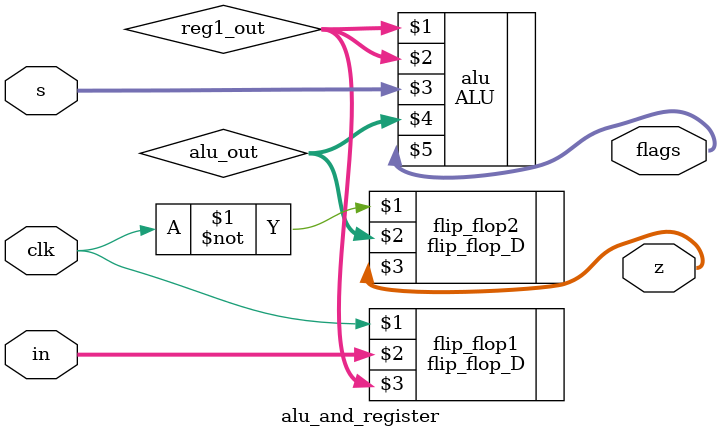
<source format=sv>
module alu_and_register 
	#(parameter N = 32)
	(input logic [N - 1 : 0] in, input logic [3:0] s, input clk, output logic [N - 1 : 0] z, output logic [3:0] flags);
	
	logic [N - 1 : 0] reg1_out, alu_out;
	
	flip_flop_D #(N) flip_flop1 (clk, in, reg1_out);
	
	ALU #(N) alu (reg1_out, reg1_out, s, alu_out, flags);
	
	flip_flop_D #(N) flip_flop2 (~clk, alu_out, z);
	
	
	
endmodule 
</source>
